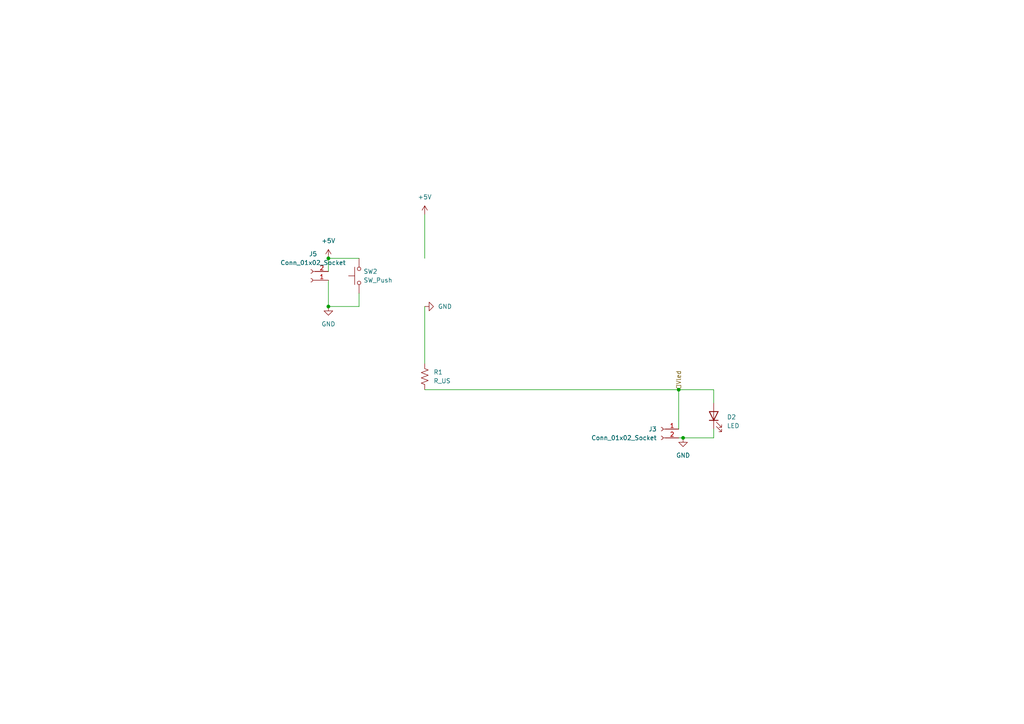
<source format=kicad_sch>
(kicad_sch (version 20230121) (generator eeschema)
  (paper "A4")
  (lib_symbols
    (symbol "Connector:Conn_01x02_Socket" (pin_names (offset 1.016) hide)
      (property "Reference" "J" (at 0 2.54 0))
      (property "Value" "Conn_01x02_Socket" (at 0 -5.08 0))
      (symbol "Conn_01x02_Socket_1_1"
        (arc (start 0 -2.032) (mid -0.5058 -2.54) (end 0 -3.048) (stroke (width 0.1524)))
        (polyline (pts (xy -1.27 -2.54) (xy -0.508 -2.54)) (stroke (width 0.1524)))
        (polyline (pts (xy -1.27 0) (xy -0.508 0)) (stroke (width 0.1524)))
        (arc (start 0 0.508) (mid -0.5058 0) (end 0 -0.508) (stroke (width 0.1524)))
        (pin passive line (at -5.08 0 0) (length 3.81) (name "Pin_1") (number "1"))
        (pin passive line (at -5.08 -2.54 0) (length 3.81) (name "Pin_2") (number "2"))
      )
    )
    (symbol "Device:LED" (pin_numbers hide) (pin_names (offset 1.016) hide)
      (property "Reference" "D" (at 0 2.54 0))
      (property "Value" "LED" (at 0 -2.54 0))
      (symbol "LED_0_1"
        (polyline (pts (xy -1.27 -1.27) (xy -1.27 1.27)) (stroke (width 0.254)))
        (polyline (pts (xy -1.27 0) (xy 1.27 0)))
        (polyline (pts (xy 1.27 -1.27) (xy 1.27 1.27) (xy -1.27 0) (xy 1.27 -1.27)) (stroke (width 0.254)))
        (polyline (pts (xy -3.048 -0.762) (xy -4.572 -2.286) (xy -3.81 -2.286) (xy -4.572 -2.286) (xy -4.572 -1.524)))
        (polyline (pts (xy -1.778 -0.762) (xy -3.302 -2.286) (xy -2.54 -2.286) (xy -3.302 -2.286) (xy -3.302 -1.524)))
      )
      (symbol "LED_1_1"
        (pin passive line (at -3.81 0 0) (length 2.54) (name "K") (number "1"))
        (pin passive line (at 3.81 0 180) (length 2.54) (name "A") (number "2"))
      )
    )
    (symbol "Device:R_US" (pin_numbers hide) (pin_names (offset 0))
      (property "Reference" "R" (at 2.54 0 90))
      (property "Value" "R_US" (at -2.54 0 90))
      (symbol "R_US_0_1"
        (polyline (pts (xy 0 -2.286) (xy 0 -2.54)))
        (polyline (pts (xy 0 2.286) (xy 0 2.54)))
        (polyline (pts (xy 0 -0.762) (xy 1.016 -1.143) (xy 0 -1.524) (xy -1.016 -1.905) (xy 0 -2.286)))
        (polyline (pts (xy 0 0.762) (xy 1.016 0.381) (xy 0 0) (xy -1.016 -0.381) (xy 0 -0.762)))
        (polyline (pts (xy 0 2.286) (xy 1.016 1.905) (xy 0 1.524) (xy -1.016 1.143) (xy 0 0.762)))
      )
      (symbol "R_US_1_1"
        (pin passive line (at 0 3.81 270) (length 1.27) (name "~") (number "1"))
        (pin passive line (at 0 -3.81 90) (length 1.27) (name "~") (number "2"))
      )
    )
    (symbol "Switch:SW_Push" (pin_numbers hide) (pin_names (offset 1.016) hide)
      (property "Reference" "SW" (at 1.27 2.54 0))
      (property "Value" "SW_Push" (at 0 -1.524 0))
      (symbol "SW_Push_0_1"
        (circle (center -2.032 0) (radius 0.508))
        (polyline (pts (xy 0 1.27) (xy 0 3.048)))
        (polyline (pts (xy 2.54 1.27) (xy -2.54 1.27)))
        (circle (center 2.032 0) (radius 0.508))
        (pin passive line (at -5.08 0 0) (length 2.54) (name "1") (number "1"))
        (pin passive line (at 5.08 0 180) (length 2.54) (name "2") (number "2"))
      )
    )
    (symbol "power:+5V" (power) (pin_names (offset 0))
      (property "Value" "+5V" (at 0 3.556 0))
      (symbol "+5V_0_1"
        (polyline (pts (xy -0.762 1.27) (xy 0 2.54)))
        (polyline (pts (xy 0 0) (xy 0 2.54)))
        (polyline (pts (xy 0 2.54) (xy 0.762 1.27)))
      )
      (symbol "+5V_1_1"
        (pin power_in line (at 0 0 90) (length 0) hide (name "+5V") (number "1"))
      )
    )
    (symbol "power:GND" (power) (pin_names (offset 0))
      (property "Value" "GND" (at 0 -3.81 0))
      (symbol "GND_0_1"
        (polyline (pts (xy 0 0) (xy 0 -1.27) (xy 1.27 -1.27) (xy 0 -2.54) (xy -1.27 -1.27) (xy 0 -1.27)))
      )
      (symbol "GND_1_1"
        (pin power_in line (at 0 0 270) (length 0) hide (name "GND") (number "1"))
      )
    )
  )
  (junction (at 196.85 113.03))
  (junction (at 95.25 74.93))
  (junction (at 198.12 127))
  (junction (at 95.25 88.9))
  (wire (pts (xy 123.19 113.03) (xy 196.85 113.03)))
  (wire (pts (xy 196.85 124.46) (xy 196.85 113.03)))
  (wire (pts (xy 207.01 113.03) (xy 207.01 116.84)))
  (wire (pts (xy 104.14 88.9) (xy 104.14 85.09)))
  (wire (pts (xy 95.25 81.28) (xy 95.25 88.9)))
  (wire (pts (xy 123.19 74.93) (xy 123.19 62.23)))
  (wire (pts (xy 198.12 127) (xy 196.85 127)))
  (wire (pts (xy 95.25 74.93) (xy 104.14 74.93)))
  (wire (pts (xy 196.85 113.03) (xy 207.01 113.03)))
  (wire (pts (xy 207.01 124.46) (xy 207.01 127)))
  (wire (pts (xy 123.19 88.9) (xy 123.19 105.41)))
  (wire (pts (xy 95.25 88.9) (xy 104.14 88.9)))
  (wire (pts (xy 207.01 127) (xy 198.12 127)))
  (wire (pts (xy 95.25 78.74) (xy 95.25 74.93)))
  (hierarchical_label "Vled" (shape input) (at 196.85 113.03 90))
  (symbol (lib_id "power:GND") (at 198.12 127 0) (unit 1) (on_board no)
    (property "Reference" "#PWR07" (effects hide))
    (property "Value" "GND" (at 198.12 132.08 0))
  )
  (symbol (lib_id "Connector:Conn_01x02_Socket") (at 90.17 81.28 180) (unit 1)
    (property "Reference" "J5" (at 90.805 73.66 0))
    (property "Value" "Conn_01x02_Socket" (at 90.805 76.2 0))
  )
  (symbol (lib_id "Connector:Conn_01x02_Socket") (at 191.77 124.46 0) (mirror y) (unit 1) (on_board no)
    (property "Reference" "J3" (at 190.5 124.46 0) (effects (justify left)))
    (property "Value" "Conn_01x02_Socket" (at 190.5 127 0) (effects (justify left)))
    (property "Footprint" "Connector_PinHeader_2.54mm:PinHeader_1x02_P2.54mm_Vertical" (effects hide))
  )
  (symbol (lib_id "power:+5V") (at 123.19 62.23 0) (unit 1)
    (property "Reference" "#PWR06" (effects hide))
    (property "Value" "+5V" (at 123.19 57.15 0))
  )
  (symbol (lib_id "power:GND") (at 123.19 88.9 90) (unit 1)
    (property "Reference" "#PWR010" (effects hide))
    (property "Value" "GND" (at 127 88.9 90) (effects (justify right)))
  )
  (symbol (lib_id "power:+5V") (at 95.25 74.93 0) (unit 1)
    (property "Reference" "#PWR012" (effects hide))
    (property "Value" "+5V" (at 95.25 69.85 0))
  )
  (symbol (lib_id "Device:LED") (at 207.01 120.65 90) (unit 1) (on_board no)
    (property "Reference" "D2" (at 210.82 120.9675 90) (effects (justify right)))
    (property "Value" "LED" (at 210.82 123.5075 90) (effects (justify right)))
  )
  (symbol (lib_id "Switch:SW_Push") (at 104.14 80.01 90) (unit 1)
    (property "Reference" "SW2" (at 105.41 78.74 90) (effects (justify right)))
    (property "Value" "SW_Push" (at 105.41 81.28 90) (effects (justify right)))
    (property "Footprint" "Button_Switch_THT:Push_E-Switch_KS01Q01" (effects hide))
  )
  (symbol (lib_id "Device:R_US") (at 123.19 109.22 0) (unit 1)
    (property "Reference" "R1" (at 125.73 107.95 0) (effects (justify left)))
    (property "Value" "R_US" (at 125.73 110.49 0) (effects (justify left)))
    (property "Footprint" "Resistor_THT:R_Axial_DIN0204_L3.6mm_D1.6mm_P2.54mm_Vertical" (effects hide))
  )
  (symbol (lib_id "power:GND") (at 95.25 88.9 0) (unit 1)
    (property "Reference" "#PWR011" (effects hide))
    (property "Value" "GND" (at 95.25 93.98 0))
  )
)
</source>
